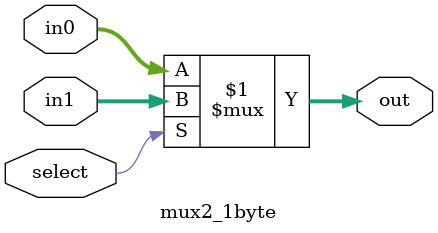
<source format=v>
/*
 Written By: Benjamin Zaporzan
 
 Muxer for 2 to 1 bytes with select
 in0 - [7:0] first input
 in1 - [7:0] second input
 select - selects between in0 (0) or in1 (1)
 out - [7:0] output
 */
`ifndef MUX__V
`define MUX__V


module mux2_1byte(in0,in1,out,select);
   //inputs
   input [0:7] in0;
   input [0:7] in1;
   input       select;

   //outputs
   output [0:7] out;


   //begin
   assign out = (select) ? in1 : in0;
   
endmodule // mux2_1byte


`endif //MUX__V
</source>
